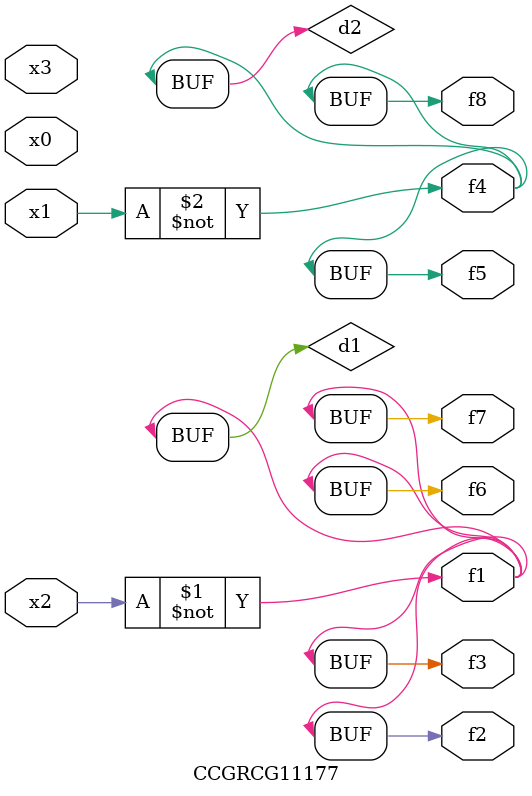
<source format=v>
module CCGRCG11177(
	input x0, x1, x2, x3,
	output f1, f2, f3, f4, f5, f6, f7, f8
);

	wire d1, d2;

	xnor (d1, x2);
	not (d2, x1);
	assign f1 = d1;
	assign f2 = d1;
	assign f3 = d1;
	assign f4 = d2;
	assign f5 = d2;
	assign f6 = d1;
	assign f7 = d1;
	assign f8 = d2;
endmodule

</source>
